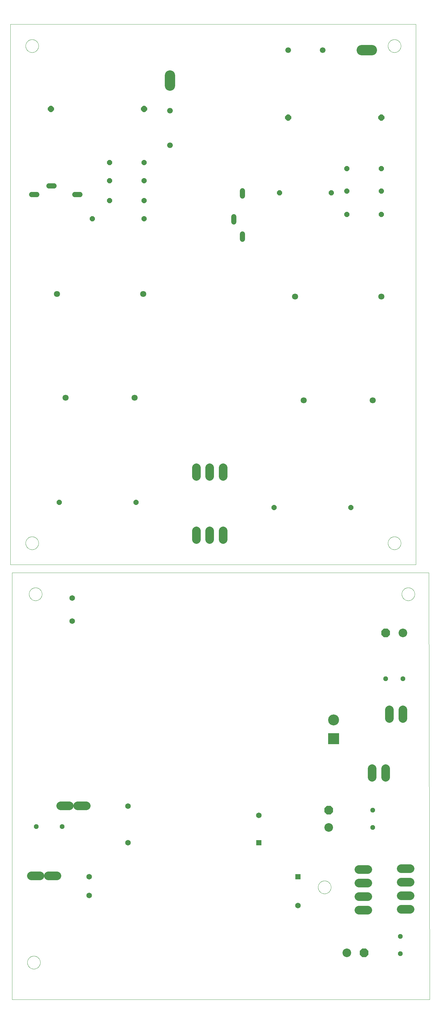
<source format=gtl>
G75*
%MOIN*%
%OFA0B0*%
%FSLAX25Y25*%
%IPPOS*%
%LPD*%
%AMOC8*
5,1,8,0,0,1.08239X$1,22.5*
%
%ADD10C,0.00000*%
%ADD11C,0.10000*%
%ADD12C,0.10039*%
%ADD13R,0.06496X0.06496*%
%ADD14C,0.06496*%
%ADD15C,0.10000*%
%ADD16OC8,0.10000*%
%ADD17OC8,0.05200*%
%ADD18R,0.12661X0.12661*%
%ADD19C,0.12661*%
%ADD20C,0.07087*%
%ADD21C,0.11850*%
%ADD22OC8,0.06000*%
%ADD23C,0.06000*%
%ADD24OC8,0.07050*%
%ADD25C,0.06600*%
D10*
X0015871Y0001000D02*
X0015871Y0494701D01*
X0498792Y0494701D01*
X0499792Y0001000D01*
X0015871Y0001000D01*
X0033396Y0044000D02*
X0033398Y0044183D01*
X0033405Y0044367D01*
X0033416Y0044550D01*
X0033432Y0044733D01*
X0033452Y0044915D01*
X0033477Y0045097D01*
X0033506Y0045278D01*
X0033540Y0045458D01*
X0033578Y0045638D01*
X0033620Y0045816D01*
X0033667Y0045994D01*
X0033718Y0046170D01*
X0033773Y0046345D01*
X0033833Y0046518D01*
X0033897Y0046690D01*
X0033965Y0046861D01*
X0034037Y0047029D01*
X0034114Y0047196D01*
X0034194Y0047361D01*
X0034279Y0047524D01*
X0034367Y0047684D01*
X0034459Y0047843D01*
X0034556Y0047999D01*
X0034656Y0048153D01*
X0034760Y0048304D01*
X0034867Y0048453D01*
X0034978Y0048599D01*
X0035093Y0048742D01*
X0035211Y0048882D01*
X0035332Y0049020D01*
X0035457Y0049154D01*
X0035585Y0049286D01*
X0035717Y0049414D01*
X0035851Y0049539D01*
X0035989Y0049660D01*
X0036129Y0049778D01*
X0036272Y0049893D01*
X0036418Y0050004D01*
X0036567Y0050111D01*
X0036718Y0050215D01*
X0036872Y0050315D01*
X0037028Y0050412D01*
X0037187Y0050504D01*
X0037347Y0050592D01*
X0037510Y0050677D01*
X0037675Y0050757D01*
X0037842Y0050834D01*
X0038010Y0050906D01*
X0038181Y0050974D01*
X0038353Y0051038D01*
X0038526Y0051098D01*
X0038701Y0051153D01*
X0038877Y0051204D01*
X0039055Y0051251D01*
X0039233Y0051293D01*
X0039413Y0051331D01*
X0039593Y0051365D01*
X0039774Y0051394D01*
X0039956Y0051419D01*
X0040138Y0051439D01*
X0040321Y0051455D01*
X0040504Y0051466D01*
X0040688Y0051473D01*
X0040871Y0051475D01*
X0041054Y0051473D01*
X0041238Y0051466D01*
X0041421Y0051455D01*
X0041604Y0051439D01*
X0041786Y0051419D01*
X0041968Y0051394D01*
X0042149Y0051365D01*
X0042329Y0051331D01*
X0042509Y0051293D01*
X0042687Y0051251D01*
X0042865Y0051204D01*
X0043041Y0051153D01*
X0043216Y0051098D01*
X0043389Y0051038D01*
X0043561Y0050974D01*
X0043732Y0050906D01*
X0043900Y0050834D01*
X0044067Y0050757D01*
X0044232Y0050677D01*
X0044395Y0050592D01*
X0044555Y0050504D01*
X0044714Y0050412D01*
X0044870Y0050315D01*
X0045024Y0050215D01*
X0045175Y0050111D01*
X0045324Y0050004D01*
X0045470Y0049893D01*
X0045613Y0049778D01*
X0045753Y0049660D01*
X0045891Y0049539D01*
X0046025Y0049414D01*
X0046157Y0049286D01*
X0046285Y0049154D01*
X0046410Y0049020D01*
X0046531Y0048882D01*
X0046649Y0048742D01*
X0046764Y0048599D01*
X0046875Y0048453D01*
X0046982Y0048304D01*
X0047086Y0048153D01*
X0047186Y0047999D01*
X0047283Y0047843D01*
X0047375Y0047684D01*
X0047463Y0047524D01*
X0047548Y0047361D01*
X0047628Y0047196D01*
X0047705Y0047029D01*
X0047777Y0046861D01*
X0047845Y0046690D01*
X0047909Y0046518D01*
X0047969Y0046345D01*
X0048024Y0046170D01*
X0048075Y0045994D01*
X0048122Y0045816D01*
X0048164Y0045638D01*
X0048202Y0045458D01*
X0048236Y0045278D01*
X0048265Y0045097D01*
X0048290Y0044915D01*
X0048310Y0044733D01*
X0048326Y0044550D01*
X0048337Y0044367D01*
X0048344Y0044183D01*
X0048346Y0044000D01*
X0048344Y0043817D01*
X0048337Y0043633D01*
X0048326Y0043450D01*
X0048310Y0043267D01*
X0048290Y0043085D01*
X0048265Y0042903D01*
X0048236Y0042722D01*
X0048202Y0042542D01*
X0048164Y0042362D01*
X0048122Y0042184D01*
X0048075Y0042006D01*
X0048024Y0041830D01*
X0047969Y0041655D01*
X0047909Y0041482D01*
X0047845Y0041310D01*
X0047777Y0041139D01*
X0047705Y0040971D01*
X0047628Y0040804D01*
X0047548Y0040639D01*
X0047463Y0040476D01*
X0047375Y0040316D01*
X0047283Y0040157D01*
X0047186Y0040001D01*
X0047086Y0039847D01*
X0046982Y0039696D01*
X0046875Y0039547D01*
X0046764Y0039401D01*
X0046649Y0039258D01*
X0046531Y0039118D01*
X0046410Y0038980D01*
X0046285Y0038846D01*
X0046157Y0038714D01*
X0046025Y0038586D01*
X0045891Y0038461D01*
X0045753Y0038340D01*
X0045613Y0038222D01*
X0045470Y0038107D01*
X0045324Y0037996D01*
X0045175Y0037889D01*
X0045024Y0037785D01*
X0044870Y0037685D01*
X0044714Y0037588D01*
X0044555Y0037496D01*
X0044395Y0037408D01*
X0044232Y0037323D01*
X0044067Y0037243D01*
X0043900Y0037166D01*
X0043732Y0037094D01*
X0043561Y0037026D01*
X0043389Y0036962D01*
X0043216Y0036902D01*
X0043041Y0036847D01*
X0042865Y0036796D01*
X0042687Y0036749D01*
X0042509Y0036707D01*
X0042329Y0036669D01*
X0042149Y0036635D01*
X0041968Y0036606D01*
X0041786Y0036581D01*
X0041604Y0036561D01*
X0041421Y0036545D01*
X0041238Y0036534D01*
X0041054Y0036527D01*
X0040871Y0036525D01*
X0040688Y0036527D01*
X0040504Y0036534D01*
X0040321Y0036545D01*
X0040138Y0036561D01*
X0039956Y0036581D01*
X0039774Y0036606D01*
X0039593Y0036635D01*
X0039413Y0036669D01*
X0039233Y0036707D01*
X0039055Y0036749D01*
X0038877Y0036796D01*
X0038701Y0036847D01*
X0038526Y0036902D01*
X0038353Y0036962D01*
X0038181Y0037026D01*
X0038010Y0037094D01*
X0037842Y0037166D01*
X0037675Y0037243D01*
X0037510Y0037323D01*
X0037347Y0037408D01*
X0037187Y0037496D01*
X0037028Y0037588D01*
X0036872Y0037685D01*
X0036718Y0037785D01*
X0036567Y0037889D01*
X0036418Y0037996D01*
X0036272Y0038107D01*
X0036129Y0038222D01*
X0035989Y0038340D01*
X0035851Y0038461D01*
X0035717Y0038586D01*
X0035585Y0038714D01*
X0035457Y0038846D01*
X0035332Y0038980D01*
X0035211Y0039118D01*
X0035093Y0039258D01*
X0034978Y0039401D01*
X0034867Y0039547D01*
X0034760Y0039696D01*
X0034656Y0039847D01*
X0034556Y0040001D01*
X0034459Y0040157D01*
X0034367Y0040316D01*
X0034279Y0040476D01*
X0034194Y0040639D01*
X0034114Y0040804D01*
X0034037Y0040971D01*
X0033965Y0041139D01*
X0033897Y0041310D01*
X0033833Y0041482D01*
X0033773Y0041655D01*
X0033718Y0041830D01*
X0033667Y0042006D01*
X0033620Y0042184D01*
X0033578Y0042362D01*
X0033540Y0042542D01*
X0033506Y0042722D01*
X0033477Y0042903D01*
X0033452Y0043085D01*
X0033432Y0043267D01*
X0033416Y0043450D01*
X0033405Y0043633D01*
X0033398Y0043817D01*
X0033396Y0044000D01*
X0035396Y0470000D02*
X0035398Y0470183D01*
X0035405Y0470367D01*
X0035416Y0470550D01*
X0035432Y0470733D01*
X0035452Y0470915D01*
X0035477Y0471097D01*
X0035506Y0471278D01*
X0035540Y0471458D01*
X0035578Y0471638D01*
X0035620Y0471816D01*
X0035667Y0471994D01*
X0035718Y0472170D01*
X0035773Y0472345D01*
X0035833Y0472518D01*
X0035897Y0472690D01*
X0035965Y0472861D01*
X0036037Y0473029D01*
X0036114Y0473196D01*
X0036194Y0473361D01*
X0036279Y0473524D01*
X0036367Y0473684D01*
X0036459Y0473843D01*
X0036556Y0473999D01*
X0036656Y0474153D01*
X0036760Y0474304D01*
X0036867Y0474453D01*
X0036978Y0474599D01*
X0037093Y0474742D01*
X0037211Y0474882D01*
X0037332Y0475020D01*
X0037457Y0475154D01*
X0037585Y0475286D01*
X0037717Y0475414D01*
X0037851Y0475539D01*
X0037989Y0475660D01*
X0038129Y0475778D01*
X0038272Y0475893D01*
X0038418Y0476004D01*
X0038567Y0476111D01*
X0038718Y0476215D01*
X0038872Y0476315D01*
X0039028Y0476412D01*
X0039187Y0476504D01*
X0039347Y0476592D01*
X0039510Y0476677D01*
X0039675Y0476757D01*
X0039842Y0476834D01*
X0040010Y0476906D01*
X0040181Y0476974D01*
X0040353Y0477038D01*
X0040526Y0477098D01*
X0040701Y0477153D01*
X0040877Y0477204D01*
X0041055Y0477251D01*
X0041233Y0477293D01*
X0041413Y0477331D01*
X0041593Y0477365D01*
X0041774Y0477394D01*
X0041956Y0477419D01*
X0042138Y0477439D01*
X0042321Y0477455D01*
X0042504Y0477466D01*
X0042688Y0477473D01*
X0042871Y0477475D01*
X0043054Y0477473D01*
X0043238Y0477466D01*
X0043421Y0477455D01*
X0043604Y0477439D01*
X0043786Y0477419D01*
X0043968Y0477394D01*
X0044149Y0477365D01*
X0044329Y0477331D01*
X0044509Y0477293D01*
X0044687Y0477251D01*
X0044865Y0477204D01*
X0045041Y0477153D01*
X0045216Y0477098D01*
X0045389Y0477038D01*
X0045561Y0476974D01*
X0045732Y0476906D01*
X0045900Y0476834D01*
X0046067Y0476757D01*
X0046232Y0476677D01*
X0046395Y0476592D01*
X0046555Y0476504D01*
X0046714Y0476412D01*
X0046870Y0476315D01*
X0047024Y0476215D01*
X0047175Y0476111D01*
X0047324Y0476004D01*
X0047470Y0475893D01*
X0047613Y0475778D01*
X0047753Y0475660D01*
X0047891Y0475539D01*
X0048025Y0475414D01*
X0048157Y0475286D01*
X0048285Y0475154D01*
X0048410Y0475020D01*
X0048531Y0474882D01*
X0048649Y0474742D01*
X0048764Y0474599D01*
X0048875Y0474453D01*
X0048982Y0474304D01*
X0049086Y0474153D01*
X0049186Y0473999D01*
X0049283Y0473843D01*
X0049375Y0473684D01*
X0049463Y0473524D01*
X0049548Y0473361D01*
X0049628Y0473196D01*
X0049705Y0473029D01*
X0049777Y0472861D01*
X0049845Y0472690D01*
X0049909Y0472518D01*
X0049969Y0472345D01*
X0050024Y0472170D01*
X0050075Y0471994D01*
X0050122Y0471816D01*
X0050164Y0471638D01*
X0050202Y0471458D01*
X0050236Y0471278D01*
X0050265Y0471097D01*
X0050290Y0470915D01*
X0050310Y0470733D01*
X0050326Y0470550D01*
X0050337Y0470367D01*
X0050344Y0470183D01*
X0050346Y0470000D01*
X0050344Y0469817D01*
X0050337Y0469633D01*
X0050326Y0469450D01*
X0050310Y0469267D01*
X0050290Y0469085D01*
X0050265Y0468903D01*
X0050236Y0468722D01*
X0050202Y0468542D01*
X0050164Y0468362D01*
X0050122Y0468184D01*
X0050075Y0468006D01*
X0050024Y0467830D01*
X0049969Y0467655D01*
X0049909Y0467482D01*
X0049845Y0467310D01*
X0049777Y0467139D01*
X0049705Y0466971D01*
X0049628Y0466804D01*
X0049548Y0466639D01*
X0049463Y0466476D01*
X0049375Y0466316D01*
X0049283Y0466157D01*
X0049186Y0466001D01*
X0049086Y0465847D01*
X0048982Y0465696D01*
X0048875Y0465547D01*
X0048764Y0465401D01*
X0048649Y0465258D01*
X0048531Y0465118D01*
X0048410Y0464980D01*
X0048285Y0464846D01*
X0048157Y0464714D01*
X0048025Y0464586D01*
X0047891Y0464461D01*
X0047753Y0464340D01*
X0047613Y0464222D01*
X0047470Y0464107D01*
X0047324Y0463996D01*
X0047175Y0463889D01*
X0047024Y0463785D01*
X0046870Y0463685D01*
X0046714Y0463588D01*
X0046555Y0463496D01*
X0046395Y0463408D01*
X0046232Y0463323D01*
X0046067Y0463243D01*
X0045900Y0463166D01*
X0045732Y0463094D01*
X0045561Y0463026D01*
X0045389Y0462962D01*
X0045216Y0462902D01*
X0045041Y0462847D01*
X0044865Y0462796D01*
X0044687Y0462749D01*
X0044509Y0462707D01*
X0044329Y0462669D01*
X0044149Y0462635D01*
X0043968Y0462606D01*
X0043786Y0462581D01*
X0043604Y0462561D01*
X0043421Y0462545D01*
X0043238Y0462534D01*
X0043054Y0462527D01*
X0042871Y0462525D01*
X0042688Y0462527D01*
X0042504Y0462534D01*
X0042321Y0462545D01*
X0042138Y0462561D01*
X0041956Y0462581D01*
X0041774Y0462606D01*
X0041593Y0462635D01*
X0041413Y0462669D01*
X0041233Y0462707D01*
X0041055Y0462749D01*
X0040877Y0462796D01*
X0040701Y0462847D01*
X0040526Y0462902D01*
X0040353Y0462962D01*
X0040181Y0463026D01*
X0040010Y0463094D01*
X0039842Y0463166D01*
X0039675Y0463243D01*
X0039510Y0463323D01*
X0039347Y0463408D01*
X0039187Y0463496D01*
X0039028Y0463588D01*
X0038872Y0463685D01*
X0038718Y0463785D01*
X0038567Y0463889D01*
X0038418Y0463996D01*
X0038272Y0464107D01*
X0038129Y0464222D01*
X0037989Y0464340D01*
X0037851Y0464461D01*
X0037717Y0464586D01*
X0037585Y0464714D01*
X0037457Y0464846D01*
X0037332Y0464980D01*
X0037211Y0465118D01*
X0037093Y0465258D01*
X0036978Y0465401D01*
X0036867Y0465547D01*
X0036760Y0465696D01*
X0036656Y0465847D01*
X0036556Y0466001D01*
X0036459Y0466157D01*
X0036367Y0466316D01*
X0036279Y0466476D01*
X0036194Y0466639D01*
X0036114Y0466804D01*
X0036037Y0466971D01*
X0035965Y0467139D01*
X0035897Y0467310D01*
X0035833Y0467482D01*
X0035773Y0467655D01*
X0035718Y0467830D01*
X0035667Y0468006D01*
X0035620Y0468184D01*
X0035578Y0468362D01*
X0035540Y0468542D01*
X0035506Y0468722D01*
X0035477Y0468903D01*
X0035452Y0469085D01*
X0035432Y0469267D01*
X0035416Y0469450D01*
X0035405Y0469633D01*
X0035398Y0469817D01*
X0035396Y0470000D01*
X0013871Y0504000D02*
X0483871Y0504000D01*
X0483871Y1129000D01*
X0013871Y1129000D01*
X0013871Y0504000D01*
X0031396Y0529000D02*
X0031398Y0529183D01*
X0031405Y0529367D01*
X0031416Y0529550D01*
X0031432Y0529733D01*
X0031452Y0529915D01*
X0031477Y0530097D01*
X0031506Y0530278D01*
X0031540Y0530458D01*
X0031578Y0530638D01*
X0031620Y0530816D01*
X0031667Y0530994D01*
X0031718Y0531170D01*
X0031773Y0531345D01*
X0031833Y0531518D01*
X0031897Y0531690D01*
X0031965Y0531861D01*
X0032037Y0532029D01*
X0032114Y0532196D01*
X0032194Y0532361D01*
X0032279Y0532524D01*
X0032367Y0532684D01*
X0032459Y0532843D01*
X0032556Y0532999D01*
X0032656Y0533153D01*
X0032760Y0533304D01*
X0032867Y0533453D01*
X0032978Y0533599D01*
X0033093Y0533742D01*
X0033211Y0533882D01*
X0033332Y0534020D01*
X0033457Y0534154D01*
X0033585Y0534286D01*
X0033717Y0534414D01*
X0033851Y0534539D01*
X0033989Y0534660D01*
X0034129Y0534778D01*
X0034272Y0534893D01*
X0034418Y0535004D01*
X0034567Y0535111D01*
X0034718Y0535215D01*
X0034872Y0535315D01*
X0035028Y0535412D01*
X0035187Y0535504D01*
X0035347Y0535592D01*
X0035510Y0535677D01*
X0035675Y0535757D01*
X0035842Y0535834D01*
X0036010Y0535906D01*
X0036181Y0535974D01*
X0036353Y0536038D01*
X0036526Y0536098D01*
X0036701Y0536153D01*
X0036877Y0536204D01*
X0037055Y0536251D01*
X0037233Y0536293D01*
X0037413Y0536331D01*
X0037593Y0536365D01*
X0037774Y0536394D01*
X0037956Y0536419D01*
X0038138Y0536439D01*
X0038321Y0536455D01*
X0038504Y0536466D01*
X0038688Y0536473D01*
X0038871Y0536475D01*
X0039054Y0536473D01*
X0039238Y0536466D01*
X0039421Y0536455D01*
X0039604Y0536439D01*
X0039786Y0536419D01*
X0039968Y0536394D01*
X0040149Y0536365D01*
X0040329Y0536331D01*
X0040509Y0536293D01*
X0040687Y0536251D01*
X0040865Y0536204D01*
X0041041Y0536153D01*
X0041216Y0536098D01*
X0041389Y0536038D01*
X0041561Y0535974D01*
X0041732Y0535906D01*
X0041900Y0535834D01*
X0042067Y0535757D01*
X0042232Y0535677D01*
X0042395Y0535592D01*
X0042555Y0535504D01*
X0042714Y0535412D01*
X0042870Y0535315D01*
X0043024Y0535215D01*
X0043175Y0535111D01*
X0043324Y0535004D01*
X0043470Y0534893D01*
X0043613Y0534778D01*
X0043753Y0534660D01*
X0043891Y0534539D01*
X0044025Y0534414D01*
X0044157Y0534286D01*
X0044285Y0534154D01*
X0044410Y0534020D01*
X0044531Y0533882D01*
X0044649Y0533742D01*
X0044764Y0533599D01*
X0044875Y0533453D01*
X0044982Y0533304D01*
X0045086Y0533153D01*
X0045186Y0532999D01*
X0045283Y0532843D01*
X0045375Y0532684D01*
X0045463Y0532524D01*
X0045548Y0532361D01*
X0045628Y0532196D01*
X0045705Y0532029D01*
X0045777Y0531861D01*
X0045845Y0531690D01*
X0045909Y0531518D01*
X0045969Y0531345D01*
X0046024Y0531170D01*
X0046075Y0530994D01*
X0046122Y0530816D01*
X0046164Y0530638D01*
X0046202Y0530458D01*
X0046236Y0530278D01*
X0046265Y0530097D01*
X0046290Y0529915D01*
X0046310Y0529733D01*
X0046326Y0529550D01*
X0046337Y0529367D01*
X0046344Y0529183D01*
X0046346Y0529000D01*
X0046344Y0528817D01*
X0046337Y0528633D01*
X0046326Y0528450D01*
X0046310Y0528267D01*
X0046290Y0528085D01*
X0046265Y0527903D01*
X0046236Y0527722D01*
X0046202Y0527542D01*
X0046164Y0527362D01*
X0046122Y0527184D01*
X0046075Y0527006D01*
X0046024Y0526830D01*
X0045969Y0526655D01*
X0045909Y0526482D01*
X0045845Y0526310D01*
X0045777Y0526139D01*
X0045705Y0525971D01*
X0045628Y0525804D01*
X0045548Y0525639D01*
X0045463Y0525476D01*
X0045375Y0525316D01*
X0045283Y0525157D01*
X0045186Y0525001D01*
X0045086Y0524847D01*
X0044982Y0524696D01*
X0044875Y0524547D01*
X0044764Y0524401D01*
X0044649Y0524258D01*
X0044531Y0524118D01*
X0044410Y0523980D01*
X0044285Y0523846D01*
X0044157Y0523714D01*
X0044025Y0523586D01*
X0043891Y0523461D01*
X0043753Y0523340D01*
X0043613Y0523222D01*
X0043470Y0523107D01*
X0043324Y0522996D01*
X0043175Y0522889D01*
X0043024Y0522785D01*
X0042870Y0522685D01*
X0042714Y0522588D01*
X0042555Y0522496D01*
X0042395Y0522408D01*
X0042232Y0522323D01*
X0042067Y0522243D01*
X0041900Y0522166D01*
X0041732Y0522094D01*
X0041561Y0522026D01*
X0041389Y0521962D01*
X0041216Y0521902D01*
X0041041Y0521847D01*
X0040865Y0521796D01*
X0040687Y0521749D01*
X0040509Y0521707D01*
X0040329Y0521669D01*
X0040149Y0521635D01*
X0039968Y0521606D01*
X0039786Y0521581D01*
X0039604Y0521561D01*
X0039421Y0521545D01*
X0039238Y0521534D01*
X0039054Y0521527D01*
X0038871Y0521525D01*
X0038688Y0521527D01*
X0038504Y0521534D01*
X0038321Y0521545D01*
X0038138Y0521561D01*
X0037956Y0521581D01*
X0037774Y0521606D01*
X0037593Y0521635D01*
X0037413Y0521669D01*
X0037233Y0521707D01*
X0037055Y0521749D01*
X0036877Y0521796D01*
X0036701Y0521847D01*
X0036526Y0521902D01*
X0036353Y0521962D01*
X0036181Y0522026D01*
X0036010Y0522094D01*
X0035842Y0522166D01*
X0035675Y0522243D01*
X0035510Y0522323D01*
X0035347Y0522408D01*
X0035187Y0522496D01*
X0035028Y0522588D01*
X0034872Y0522685D01*
X0034718Y0522785D01*
X0034567Y0522889D01*
X0034418Y0522996D01*
X0034272Y0523107D01*
X0034129Y0523222D01*
X0033989Y0523340D01*
X0033851Y0523461D01*
X0033717Y0523586D01*
X0033585Y0523714D01*
X0033457Y0523846D01*
X0033332Y0523980D01*
X0033211Y0524118D01*
X0033093Y0524258D01*
X0032978Y0524401D01*
X0032867Y0524547D01*
X0032760Y0524696D01*
X0032656Y0524847D01*
X0032556Y0525001D01*
X0032459Y0525157D01*
X0032367Y0525316D01*
X0032279Y0525476D01*
X0032194Y0525639D01*
X0032114Y0525804D01*
X0032037Y0525971D01*
X0031965Y0526139D01*
X0031897Y0526310D01*
X0031833Y0526482D01*
X0031773Y0526655D01*
X0031718Y0526830D01*
X0031667Y0527006D01*
X0031620Y0527184D01*
X0031578Y0527362D01*
X0031540Y0527542D01*
X0031506Y0527722D01*
X0031477Y0527903D01*
X0031452Y0528085D01*
X0031432Y0528267D01*
X0031416Y0528450D01*
X0031405Y0528633D01*
X0031398Y0528817D01*
X0031396Y0529000D01*
X0031396Y1104000D02*
X0031398Y1104183D01*
X0031405Y1104367D01*
X0031416Y1104550D01*
X0031432Y1104733D01*
X0031452Y1104915D01*
X0031477Y1105097D01*
X0031506Y1105278D01*
X0031540Y1105458D01*
X0031578Y1105638D01*
X0031620Y1105816D01*
X0031667Y1105994D01*
X0031718Y1106170D01*
X0031773Y1106345D01*
X0031833Y1106518D01*
X0031897Y1106690D01*
X0031965Y1106861D01*
X0032037Y1107029D01*
X0032114Y1107196D01*
X0032194Y1107361D01*
X0032279Y1107524D01*
X0032367Y1107684D01*
X0032459Y1107843D01*
X0032556Y1107999D01*
X0032656Y1108153D01*
X0032760Y1108304D01*
X0032867Y1108453D01*
X0032978Y1108599D01*
X0033093Y1108742D01*
X0033211Y1108882D01*
X0033332Y1109020D01*
X0033457Y1109154D01*
X0033585Y1109286D01*
X0033717Y1109414D01*
X0033851Y1109539D01*
X0033989Y1109660D01*
X0034129Y1109778D01*
X0034272Y1109893D01*
X0034418Y1110004D01*
X0034567Y1110111D01*
X0034718Y1110215D01*
X0034872Y1110315D01*
X0035028Y1110412D01*
X0035187Y1110504D01*
X0035347Y1110592D01*
X0035510Y1110677D01*
X0035675Y1110757D01*
X0035842Y1110834D01*
X0036010Y1110906D01*
X0036181Y1110974D01*
X0036353Y1111038D01*
X0036526Y1111098D01*
X0036701Y1111153D01*
X0036877Y1111204D01*
X0037055Y1111251D01*
X0037233Y1111293D01*
X0037413Y1111331D01*
X0037593Y1111365D01*
X0037774Y1111394D01*
X0037956Y1111419D01*
X0038138Y1111439D01*
X0038321Y1111455D01*
X0038504Y1111466D01*
X0038688Y1111473D01*
X0038871Y1111475D01*
X0039054Y1111473D01*
X0039238Y1111466D01*
X0039421Y1111455D01*
X0039604Y1111439D01*
X0039786Y1111419D01*
X0039968Y1111394D01*
X0040149Y1111365D01*
X0040329Y1111331D01*
X0040509Y1111293D01*
X0040687Y1111251D01*
X0040865Y1111204D01*
X0041041Y1111153D01*
X0041216Y1111098D01*
X0041389Y1111038D01*
X0041561Y1110974D01*
X0041732Y1110906D01*
X0041900Y1110834D01*
X0042067Y1110757D01*
X0042232Y1110677D01*
X0042395Y1110592D01*
X0042555Y1110504D01*
X0042714Y1110412D01*
X0042870Y1110315D01*
X0043024Y1110215D01*
X0043175Y1110111D01*
X0043324Y1110004D01*
X0043470Y1109893D01*
X0043613Y1109778D01*
X0043753Y1109660D01*
X0043891Y1109539D01*
X0044025Y1109414D01*
X0044157Y1109286D01*
X0044285Y1109154D01*
X0044410Y1109020D01*
X0044531Y1108882D01*
X0044649Y1108742D01*
X0044764Y1108599D01*
X0044875Y1108453D01*
X0044982Y1108304D01*
X0045086Y1108153D01*
X0045186Y1107999D01*
X0045283Y1107843D01*
X0045375Y1107684D01*
X0045463Y1107524D01*
X0045548Y1107361D01*
X0045628Y1107196D01*
X0045705Y1107029D01*
X0045777Y1106861D01*
X0045845Y1106690D01*
X0045909Y1106518D01*
X0045969Y1106345D01*
X0046024Y1106170D01*
X0046075Y1105994D01*
X0046122Y1105816D01*
X0046164Y1105638D01*
X0046202Y1105458D01*
X0046236Y1105278D01*
X0046265Y1105097D01*
X0046290Y1104915D01*
X0046310Y1104733D01*
X0046326Y1104550D01*
X0046337Y1104367D01*
X0046344Y1104183D01*
X0046346Y1104000D01*
X0046344Y1103817D01*
X0046337Y1103633D01*
X0046326Y1103450D01*
X0046310Y1103267D01*
X0046290Y1103085D01*
X0046265Y1102903D01*
X0046236Y1102722D01*
X0046202Y1102542D01*
X0046164Y1102362D01*
X0046122Y1102184D01*
X0046075Y1102006D01*
X0046024Y1101830D01*
X0045969Y1101655D01*
X0045909Y1101482D01*
X0045845Y1101310D01*
X0045777Y1101139D01*
X0045705Y1100971D01*
X0045628Y1100804D01*
X0045548Y1100639D01*
X0045463Y1100476D01*
X0045375Y1100316D01*
X0045283Y1100157D01*
X0045186Y1100001D01*
X0045086Y1099847D01*
X0044982Y1099696D01*
X0044875Y1099547D01*
X0044764Y1099401D01*
X0044649Y1099258D01*
X0044531Y1099118D01*
X0044410Y1098980D01*
X0044285Y1098846D01*
X0044157Y1098714D01*
X0044025Y1098586D01*
X0043891Y1098461D01*
X0043753Y1098340D01*
X0043613Y1098222D01*
X0043470Y1098107D01*
X0043324Y1097996D01*
X0043175Y1097889D01*
X0043024Y1097785D01*
X0042870Y1097685D01*
X0042714Y1097588D01*
X0042555Y1097496D01*
X0042395Y1097408D01*
X0042232Y1097323D01*
X0042067Y1097243D01*
X0041900Y1097166D01*
X0041732Y1097094D01*
X0041561Y1097026D01*
X0041389Y1096962D01*
X0041216Y1096902D01*
X0041041Y1096847D01*
X0040865Y1096796D01*
X0040687Y1096749D01*
X0040509Y1096707D01*
X0040329Y1096669D01*
X0040149Y1096635D01*
X0039968Y1096606D01*
X0039786Y1096581D01*
X0039604Y1096561D01*
X0039421Y1096545D01*
X0039238Y1096534D01*
X0039054Y1096527D01*
X0038871Y1096525D01*
X0038688Y1096527D01*
X0038504Y1096534D01*
X0038321Y1096545D01*
X0038138Y1096561D01*
X0037956Y1096581D01*
X0037774Y1096606D01*
X0037593Y1096635D01*
X0037413Y1096669D01*
X0037233Y1096707D01*
X0037055Y1096749D01*
X0036877Y1096796D01*
X0036701Y1096847D01*
X0036526Y1096902D01*
X0036353Y1096962D01*
X0036181Y1097026D01*
X0036010Y1097094D01*
X0035842Y1097166D01*
X0035675Y1097243D01*
X0035510Y1097323D01*
X0035347Y1097408D01*
X0035187Y1097496D01*
X0035028Y1097588D01*
X0034872Y1097685D01*
X0034718Y1097785D01*
X0034567Y1097889D01*
X0034418Y1097996D01*
X0034272Y1098107D01*
X0034129Y1098222D01*
X0033989Y1098340D01*
X0033851Y1098461D01*
X0033717Y1098586D01*
X0033585Y1098714D01*
X0033457Y1098846D01*
X0033332Y1098980D01*
X0033211Y1099118D01*
X0033093Y1099258D01*
X0032978Y1099401D01*
X0032867Y1099547D01*
X0032760Y1099696D01*
X0032656Y1099847D01*
X0032556Y1100001D01*
X0032459Y1100157D01*
X0032367Y1100316D01*
X0032279Y1100476D01*
X0032194Y1100639D01*
X0032114Y1100804D01*
X0032037Y1100971D01*
X0031965Y1101139D01*
X0031897Y1101310D01*
X0031833Y1101482D01*
X0031773Y1101655D01*
X0031718Y1101830D01*
X0031667Y1102006D01*
X0031620Y1102184D01*
X0031578Y1102362D01*
X0031540Y1102542D01*
X0031506Y1102722D01*
X0031477Y1102903D01*
X0031452Y1103085D01*
X0031432Y1103267D01*
X0031416Y1103450D01*
X0031405Y1103633D01*
X0031398Y1103817D01*
X0031396Y1104000D01*
X0451396Y1104000D02*
X0451398Y1104183D01*
X0451405Y1104367D01*
X0451416Y1104550D01*
X0451432Y1104733D01*
X0451452Y1104915D01*
X0451477Y1105097D01*
X0451506Y1105278D01*
X0451540Y1105458D01*
X0451578Y1105638D01*
X0451620Y1105816D01*
X0451667Y1105994D01*
X0451718Y1106170D01*
X0451773Y1106345D01*
X0451833Y1106518D01*
X0451897Y1106690D01*
X0451965Y1106861D01*
X0452037Y1107029D01*
X0452114Y1107196D01*
X0452194Y1107361D01*
X0452279Y1107524D01*
X0452367Y1107684D01*
X0452459Y1107843D01*
X0452556Y1107999D01*
X0452656Y1108153D01*
X0452760Y1108304D01*
X0452867Y1108453D01*
X0452978Y1108599D01*
X0453093Y1108742D01*
X0453211Y1108882D01*
X0453332Y1109020D01*
X0453457Y1109154D01*
X0453585Y1109286D01*
X0453717Y1109414D01*
X0453851Y1109539D01*
X0453989Y1109660D01*
X0454129Y1109778D01*
X0454272Y1109893D01*
X0454418Y1110004D01*
X0454567Y1110111D01*
X0454718Y1110215D01*
X0454872Y1110315D01*
X0455028Y1110412D01*
X0455187Y1110504D01*
X0455347Y1110592D01*
X0455510Y1110677D01*
X0455675Y1110757D01*
X0455842Y1110834D01*
X0456010Y1110906D01*
X0456181Y1110974D01*
X0456353Y1111038D01*
X0456526Y1111098D01*
X0456701Y1111153D01*
X0456877Y1111204D01*
X0457055Y1111251D01*
X0457233Y1111293D01*
X0457413Y1111331D01*
X0457593Y1111365D01*
X0457774Y1111394D01*
X0457956Y1111419D01*
X0458138Y1111439D01*
X0458321Y1111455D01*
X0458504Y1111466D01*
X0458688Y1111473D01*
X0458871Y1111475D01*
X0459054Y1111473D01*
X0459238Y1111466D01*
X0459421Y1111455D01*
X0459604Y1111439D01*
X0459786Y1111419D01*
X0459968Y1111394D01*
X0460149Y1111365D01*
X0460329Y1111331D01*
X0460509Y1111293D01*
X0460687Y1111251D01*
X0460865Y1111204D01*
X0461041Y1111153D01*
X0461216Y1111098D01*
X0461389Y1111038D01*
X0461561Y1110974D01*
X0461732Y1110906D01*
X0461900Y1110834D01*
X0462067Y1110757D01*
X0462232Y1110677D01*
X0462395Y1110592D01*
X0462555Y1110504D01*
X0462714Y1110412D01*
X0462870Y1110315D01*
X0463024Y1110215D01*
X0463175Y1110111D01*
X0463324Y1110004D01*
X0463470Y1109893D01*
X0463613Y1109778D01*
X0463753Y1109660D01*
X0463891Y1109539D01*
X0464025Y1109414D01*
X0464157Y1109286D01*
X0464285Y1109154D01*
X0464410Y1109020D01*
X0464531Y1108882D01*
X0464649Y1108742D01*
X0464764Y1108599D01*
X0464875Y1108453D01*
X0464982Y1108304D01*
X0465086Y1108153D01*
X0465186Y1107999D01*
X0465283Y1107843D01*
X0465375Y1107684D01*
X0465463Y1107524D01*
X0465548Y1107361D01*
X0465628Y1107196D01*
X0465705Y1107029D01*
X0465777Y1106861D01*
X0465845Y1106690D01*
X0465909Y1106518D01*
X0465969Y1106345D01*
X0466024Y1106170D01*
X0466075Y1105994D01*
X0466122Y1105816D01*
X0466164Y1105638D01*
X0466202Y1105458D01*
X0466236Y1105278D01*
X0466265Y1105097D01*
X0466290Y1104915D01*
X0466310Y1104733D01*
X0466326Y1104550D01*
X0466337Y1104367D01*
X0466344Y1104183D01*
X0466346Y1104000D01*
X0466344Y1103817D01*
X0466337Y1103633D01*
X0466326Y1103450D01*
X0466310Y1103267D01*
X0466290Y1103085D01*
X0466265Y1102903D01*
X0466236Y1102722D01*
X0466202Y1102542D01*
X0466164Y1102362D01*
X0466122Y1102184D01*
X0466075Y1102006D01*
X0466024Y1101830D01*
X0465969Y1101655D01*
X0465909Y1101482D01*
X0465845Y1101310D01*
X0465777Y1101139D01*
X0465705Y1100971D01*
X0465628Y1100804D01*
X0465548Y1100639D01*
X0465463Y1100476D01*
X0465375Y1100316D01*
X0465283Y1100157D01*
X0465186Y1100001D01*
X0465086Y1099847D01*
X0464982Y1099696D01*
X0464875Y1099547D01*
X0464764Y1099401D01*
X0464649Y1099258D01*
X0464531Y1099118D01*
X0464410Y1098980D01*
X0464285Y1098846D01*
X0464157Y1098714D01*
X0464025Y1098586D01*
X0463891Y1098461D01*
X0463753Y1098340D01*
X0463613Y1098222D01*
X0463470Y1098107D01*
X0463324Y1097996D01*
X0463175Y1097889D01*
X0463024Y1097785D01*
X0462870Y1097685D01*
X0462714Y1097588D01*
X0462555Y1097496D01*
X0462395Y1097408D01*
X0462232Y1097323D01*
X0462067Y1097243D01*
X0461900Y1097166D01*
X0461732Y1097094D01*
X0461561Y1097026D01*
X0461389Y1096962D01*
X0461216Y1096902D01*
X0461041Y1096847D01*
X0460865Y1096796D01*
X0460687Y1096749D01*
X0460509Y1096707D01*
X0460329Y1096669D01*
X0460149Y1096635D01*
X0459968Y1096606D01*
X0459786Y1096581D01*
X0459604Y1096561D01*
X0459421Y1096545D01*
X0459238Y1096534D01*
X0459054Y1096527D01*
X0458871Y1096525D01*
X0458688Y1096527D01*
X0458504Y1096534D01*
X0458321Y1096545D01*
X0458138Y1096561D01*
X0457956Y1096581D01*
X0457774Y1096606D01*
X0457593Y1096635D01*
X0457413Y1096669D01*
X0457233Y1096707D01*
X0457055Y1096749D01*
X0456877Y1096796D01*
X0456701Y1096847D01*
X0456526Y1096902D01*
X0456353Y1096962D01*
X0456181Y1097026D01*
X0456010Y1097094D01*
X0455842Y1097166D01*
X0455675Y1097243D01*
X0455510Y1097323D01*
X0455347Y1097408D01*
X0455187Y1097496D01*
X0455028Y1097588D01*
X0454872Y1097685D01*
X0454718Y1097785D01*
X0454567Y1097889D01*
X0454418Y1097996D01*
X0454272Y1098107D01*
X0454129Y1098222D01*
X0453989Y1098340D01*
X0453851Y1098461D01*
X0453717Y1098586D01*
X0453585Y1098714D01*
X0453457Y1098846D01*
X0453332Y1098980D01*
X0453211Y1099118D01*
X0453093Y1099258D01*
X0452978Y1099401D01*
X0452867Y1099547D01*
X0452760Y1099696D01*
X0452656Y1099847D01*
X0452556Y1100001D01*
X0452459Y1100157D01*
X0452367Y1100316D01*
X0452279Y1100476D01*
X0452194Y1100639D01*
X0452114Y1100804D01*
X0452037Y1100971D01*
X0451965Y1101139D01*
X0451897Y1101310D01*
X0451833Y1101482D01*
X0451773Y1101655D01*
X0451718Y1101830D01*
X0451667Y1102006D01*
X0451620Y1102184D01*
X0451578Y1102362D01*
X0451540Y1102542D01*
X0451506Y1102722D01*
X0451477Y1102903D01*
X0451452Y1103085D01*
X0451432Y1103267D01*
X0451416Y1103450D01*
X0451405Y1103633D01*
X0451398Y1103817D01*
X0451396Y1104000D01*
X0451396Y0529000D02*
X0451398Y0529183D01*
X0451405Y0529367D01*
X0451416Y0529550D01*
X0451432Y0529733D01*
X0451452Y0529915D01*
X0451477Y0530097D01*
X0451506Y0530278D01*
X0451540Y0530458D01*
X0451578Y0530638D01*
X0451620Y0530816D01*
X0451667Y0530994D01*
X0451718Y0531170D01*
X0451773Y0531345D01*
X0451833Y0531518D01*
X0451897Y0531690D01*
X0451965Y0531861D01*
X0452037Y0532029D01*
X0452114Y0532196D01*
X0452194Y0532361D01*
X0452279Y0532524D01*
X0452367Y0532684D01*
X0452459Y0532843D01*
X0452556Y0532999D01*
X0452656Y0533153D01*
X0452760Y0533304D01*
X0452867Y0533453D01*
X0452978Y0533599D01*
X0453093Y0533742D01*
X0453211Y0533882D01*
X0453332Y0534020D01*
X0453457Y0534154D01*
X0453585Y0534286D01*
X0453717Y0534414D01*
X0453851Y0534539D01*
X0453989Y0534660D01*
X0454129Y0534778D01*
X0454272Y0534893D01*
X0454418Y0535004D01*
X0454567Y0535111D01*
X0454718Y0535215D01*
X0454872Y0535315D01*
X0455028Y0535412D01*
X0455187Y0535504D01*
X0455347Y0535592D01*
X0455510Y0535677D01*
X0455675Y0535757D01*
X0455842Y0535834D01*
X0456010Y0535906D01*
X0456181Y0535974D01*
X0456353Y0536038D01*
X0456526Y0536098D01*
X0456701Y0536153D01*
X0456877Y0536204D01*
X0457055Y0536251D01*
X0457233Y0536293D01*
X0457413Y0536331D01*
X0457593Y0536365D01*
X0457774Y0536394D01*
X0457956Y0536419D01*
X0458138Y0536439D01*
X0458321Y0536455D01*
X0458504Y0536466D01*
X0458688Y0536473D01*
X0458871Y0536475D01*
X0459054Y0536473D01*
X0459238Y0536466D01*
X0459421Y0536455D01*
X0459604Y0536439D01*
X0459786Y0536419D01*
X0459968Y0536394D01*
X0460149Y0536365D01*
X0460329Y0536331D01*
X0460509Y0536293D01*
X0460687Y0536251D01*
X0460865Y0536204D01*
X0461041Y0536153D01*
X0461216Y0536098D01*
X0461389Y0536038D01*
X0461561Y0535974D01*
X0461732Y0535906D01*
X0461900Y0535834D01*
X0462067Y0535757D01*
X0462232Y0535677D01*
X0462395Y0535592D01*
X0462555Y0535504D01*
X0462714Y0535412D01*
X0462870Y0535315D01*
X0463024Y0535215D01*
X0463175Y0535111D01*
X0463324Y0535004D01*
X0463470Y0534893D01*
X0463613Y0534778D01*
X0463753Y0534660D01*
X0463891Y0534539D01*
X0464025Y0534414D01*
X0464157Y0534286D01*
X0464285Y0534154D01*
X0464410Y0534020D01*
X0464531Y0533882D01*
X0464649Y0533742D01*
X0464764Y0533599D01*
X0464875Y0533453D01*
X0464982Y0533304D01*
X0465086Y0533153D01*
X0465186Y0532999D01*
X0465283Y0532843D01*
X0465375Y0532684D01*
X0465463Y0532524D01*
X0465548Y0532361D01*
X0465628Y0532196D01*
X0465705Y0532029D01*
X0465777Y0531861D01*
X0465845Y0531690D01*
X0465909Y0531518D01*
X0465969Y0531345D01*
X0466024Y0531170D01*
X0466075Y0530994D01*
X0466122Y0530816D01*
X0466164Y0530638D01*
X0466202Y0530458D01*
X0466236Y0530278D01*
X0466265Y0530097D01*
X0466290Y0529915D01*
X0466310Y0529733D01*
X0466326Y0529550D01*
X0466337Y0529367D01*
X0466344Y0529183D01*
X0466346Y0529000D01*
X0466344Y0528817D01*
X0466337Y0528633D01*
X0466326Y0528450D01*
X0466310Y0528267D01*
X0466290Y0528085D01*
X0466265Y0527903D01*
X0466236Y0527722D01*
X0466202Y0527542D01*
X0466164Y0527362D01*
X0466122Y0527184D01*
X0466075Y0527006D01*
X0466024Y0526830D01*
X0465969Y0526655D01*
X0465909Y0526482D01*
X0465845Y0526310D01*
X0465777Y0526139D01*
X0465705Y0525971D01*
X0465628Y0525804D01*
X0465548Y0525639D01*
X0465463Y0525476D01*
X0465375Y0525316D01*
X0465283Y0525157D01*
X0465186Y0525001D01*
X0465086Y0524847D01*
X0464982Y0524696D01*
X0464875Y0524547D01*
X0464764Y0524401D01*
X0464649Y0524258D01*
X0464531Y0524118D01*
X0464410Y0523980D01*
X0464285Y0523846D01*
X0464157Y0523714D01*
X0464025Y0523586D01*
X0463891Y0523461D01*
X0463753Y0523340D01*
X0463613Y0523222D01*
X0463470Y0523107D01*
X0463324Y0522996D01*
X0463175Y0522889D01*
X0463024Y0522785D01*
X0462870Y0522685D01*
X0462714Y0522588D01*
X0462555Y0522496D01*
X0462395Y0522408D01*
X0462232Y0522323D01*
X0462067Y0522243D01*
X0461900Y0522166D01*
X0461732Y0522094D01*
X0461561Y0522026D01*
X0461389Y0521962D01*
X0461216Y0521902D01*
X0461041Y0521847D01*
X0460865Y0521796D01*
X0460687Y0521749D01*
X0460509Y0521707D01*
X0460329Y0521669D01*
X0460149Y0521635D01*
X0459968Y0521606D01*
X0459786Y0521581D01*
X0459604Y0521561D01*
X0459421Y0521545D01*
X0459238Y0521534D01*
X0459054Y0521527D01*
X0458871Y0521525D01*
X0458688Y0521527D01*
X0458504Y0521534D01*
X0458321Y0521545D01*
X0458138Y0521561D01*
X0457956Y0521581D01*
X0457774Y0521606D01*
X0457593Y0521635D01*
X0457413Y0521669D01*
X0457233Y0521707D01*
X0457055Y0521749D01*
X0456877Y0521796D01*
X0456701Y0521847D01*
X0456526Y0521902D01*
X0456353Y0521962D01*
X0456181Y0522026D01*
X0456010Y0522094D01*
X0455842Y0522166D01*
X0455675Y0522243D01*
X0455510Y0522323D01*
X0455347Y0522408D01*
X0455187Y0522496D01*
X0455028Y0522588D01*
X0454872Y0522685D01*
X0454718Y0522785D01*
X0454567Y0522889D01*
X0454418Y0522996D01*
X0454272Y0523107D01*
X0454129Y0523222D01*
X0453989Y0523340D01*
X0453851Y0523461D01*
X0453717Y0523586D01*
X0453585Y0523714D01*
X0453457Y0523846D01*
X0453332Y0523980D01*
X0453211Y0524118D01*
X0453093Y0524258D01*
X0452978Y0524401D01*
X0452867Y0524547D01*
X0452760Y0524696D01*
X0452656Y0524847D01*
X0452556Y0525001D01*
X0452459Y0525157D01*
X0452367Y0525316D01*
X0452279Y0525476D01*
X0452194Y0525639D01*
X0452114Y0525804D01*
X0452037Y0525971D01*
X0451965Y0526139D01*
X0451897Y0526310D01*
X0451833Y0526482D01*
X0451773Y0526655D01*
X0451718Y0526830D01*
X0451667Y0527006D01*
X0451620Y0527184D01*
X0451578Y0527362D01*
X0451540Y0527542D01*
X0451506Y0527722D01*
X0451477Y0527903D01*
X0451452Y0528085D01*
X0451432Y0528267D01*
X0451416Y0528450D01*
X0451405Y0528633D01*
X0451398Y0528817D01*
X0451396Y0529000D01*
X0467396Y0470000D02*
X0467398Y0470183D01*
X0467405Y0470367D01*
X0467416Y0470550D01*
X0467432Y0470733D01*
X0467452Y0470915D01*
X0467477Y0471097D01*
X0467506Y0471278D01*
X0467540Y0471458D01*
X0467578Y0471638D01*
X0467620Y0471816D01*
X0467667Y0471994D01*
X0467718Y0472170D01*
X0467773Y0472345D01*
X0467833Y0472518D01*
X0467897Y0472690D01*
X0467965Y0472861D01*
X0468037Y0473029D01*
X0468114Y0473196D01*
X0468194Y0473361D01*
X0468279Y0473524D01*
X0468367Y0473684D01*
X0468459Y0473843D01*
X0468556Y0473999D01*
X0468656Y0474153D01*
X0468760Y0474304D01*
X0468867Y0474453D01*
X0468978Y0474599D01*
X0469093Y0474742D01*
X0469211Y0474882D01*
X0469332Y0475020D01*
X0469457Y0475154D01*
X0469585Y0475286D01*
X0469717Y0475414D01*
X0469851Y0475539D01*
X0469989Y0475660D01*
X0470129Y0475778D01*
X0470272Y0475893D01*
X0470418Y0476004D01*
X0470567Y0476111D01*
X0470718Y0476215D01*
X0470872Y0476315D01*
X0471028Y0476412D01*
X0471187Y0476504D01*
X0471347Y0476592D01*
X0471510Y0476677D01*
X0471675Y0476757D01*
X0471842Y0476834D01*
X0472010Y0476906D01*
X0472181Y0476974D01*
X0472353Y0477038D01*
X0472526Y0477098D01*
X0472701Y0477153D01*
X0472877Y0477204D01*
X0473055Y0477251D01*
X0473233Y0477293D01*
X0473413Y0477331D01*
X0473593Y0477365D01*
X0473774Y0477394D01*
X0473956Y0477419D01*
X0474138Y0477439D01*
X0474321Y0477455D01*
X0474504Y0477466D01*
X0474688Y0477473D01*
X0474871Y0477475D01*
X0475054Y0477473D01*
X0475238Y0477466D01*
X0475421Y0477455D01*
X0475604Y0477439D01*
X0475786Y0477419D01*
X0475968Y0477394D01*
X0476149Y0477365D01*
X0476329Y0477331D01*
X0476509Y0477293D01*
X0476687Y0477251D01*
X0476865Y0477204D01*
X0477041Y0477153D01*
X0477216Y0477098D01*
X0477389Y0477038D01*
X0477561Y0476974D01*
X0477732Y0476906D01*
X0477900Y0476834D01*
X0478067Y0476757D01*
X0478232Y0476677D01*
X0478395Y0476592D01*
X0478555Y0476504D01*
X0478714Y0476412D01*
X0478870Y0476315D01*
X0479024Y0476215D01*
X0479175Y0476111D01*
X0479324Y0476004D01*
X0479470Y0475893D01*
X0479613Y0475778D01*
X0479753Y0475660D01*
X0479891Y0475539D01*
X0480025Y0475414D01*
X0480157Y0475286D01*
X0480285Y0475154D01*
X0480410Y0475020D01*
X0480531Y0474882D01*
X0480649Y0474742D01*
X0480764Y0474599D01*
X0480875Y0474453D01*
X0480982Y0474304D01*
X0481086Y0474153D01*
X0481186Y0473999D01*
X0481283Y0473843D01*
X0481375Y0473684D01*
X0481463Y0473524D01*
X0481548Y0473361D01*
X0481628Y0473196D01*
X0481705Y0473029D01*
X0481777Y0472861D01*
X0481845Y0472690D01*
X0481909Y0472518D01*
X0481969Y0472345D01*
X0482024Y0472170D01*
X0482075Y0471994D01*
X0482122Y0471816D01*
X0482164Y0471638D01*
X0482202Y0471458D01*
X0482236Y0471278D01*
X0482265Y0471097D01*
X0482290Y0470915D01*
X0482310Y0470733D01*
X0482326Y0470550D01*
X0482337Y0470367D01*
X0482344Y0470183D01*
X0482346Y0470000D01*
X0482344Y0469817D01*
X0482337Y0469633D01*
X0482326Y0469450D01*
X0482310Y0469267D01*
X0482290Y0469085D01*
X0482265Y0468903D01*
X0482236Y0468722D01*
X0482202Y0468542D01*
X0482164Y0468362D01*
X0482122Y0468184D01*
X0482075Y0468006D01*
X0482024Y0467830D01*
X0481969Y0467655D01*
X0481909Y0467482D01*
X0481845Y0467310D01*
X0481777Y0467139D01*
X0481705Y0466971D01*
X0481628Y0466804D01*
X0481548Y0466639D01*
X0481463Y0466476D01*
X0481375Y0466316D01*
X0481283Y0466157D01*
X0481186Y0466001D01*
X0481086Y0465847D01*
X0480982Y0465696D01*
X0480875Y0465547D01*
X0480764Y0465401D01*
X0480649Y0465258D01*
X0480531Y0465118D01*
X0480410Y0464980D01*
X0480285Y0464846D01*
X0480157Y0464714D01*
X0480025Y0464586D01*
X0479891Y0464461D01*
X0479753Y0464340D01*
X0479613Y0464222D01*
X0479470Y0464107D01*
X0479324Y0463996D01*
X0479175Y0463889D01*
X0479024Y0463785D01*
X0478870Y0463685D01*
X0478714Y0463588D01*
X0478555Y0463496D01*
X0478395Y0463408D01*
X0478232Y0463323D01*
X0478067Y0463243D01*
X0477900Y0463166D01*
X0477732Y0463094D01*
X0477561Y0463026D01*
X0477389Y0462962D01*
X0477216Y0462902D01*
X0477041Y0462847D01*
X0476865Y0462796D01*
X0476687Y0462749D01*
X0476509Y0462707D01*
X0476329Y0462669D01*
X0476149Y0462635D01*
X0475968Y0462606D01*
X0475786Y0462581D01*
X0475604Y0462561D01*
X0475421Y0462545D01*
X0475238Y0462534D01*
X0475054Y0462527D01*
X0474871Y0462525D01*
X0474688Y0462527D01*
X0474504Y0462534D01*
X0474321Y0462545D01*
X0474138Y0462561D01*
X0473956Y0462581D01*
X0473774Y0462606D01*
X0473593Y0462635D01*
X0473413Y0462669D01*
X0473233Y0462707D01*
X0473055Y0462749D01*
X0472877Y0462796D01*
X0472701Y0462847D01*
X0472526Y0462902D01*
X0472353Y0462962D01*
X0472181Y0463026D01*
X0472010Y0463094D01*
X0471842Y0463166D01*
X0471675Y0463243D01*
X0471510Y0463323D01*
X0471347Y0463408D01*
X0471187Y0463496D01*
X0471028Y0463588D01*
X0470872Y0463685D01*
X0470718Y0463785D01*
X0470567Y0463889D01*
X0470418Y0463996D01*
X0470272Y0464107D01*
X0470129Y0464222D01*
X0469989Y0464340D01*
X0469851Y0464461D01*
X0469717Y0464586D01*
X0469585Y0464714D01*
X0469457Y0464846D01*
X0469332Y0464980D01*
X0469211Y0465118D01*
X0469093Y0465258D01*
X0468978Y0465401D01*
X0468867Y0465547D01*
X0468760Y0465696D01*
X0468656Y0465847D01*
X0468556Y0466001D01*
X0468459Y0466157D01*
X0468367Y0466316D01*
X0468279Y0466476D01*
X0468194Y0466639D01*
X0468114Y0466804D01*
X0468037Y0466971D01*
X0467965Y0467139D01*
X0467897Y0467310D01*
X0467833Y0467482D01*
X0467773Y0467655D01*
X0467718Y0467830D01*
X0467667Y0468006D01*
X0467620Y0468184D01*
X0467578Y0468362D01*
X0467540Y0468542D01*
X0467506Y0468722D01*
X0467477Y0468903D01*
X0467452Y0469085D01*
X0467432Y0469267D01*
X0467416Y0469450D01*
X0467405Y0469633D01*
X0467398Y0469817D01*
X0467396Y0470000D01*
X0370396Y0131000D02*
X0370398Y0131183D01*
X0370405Y0131367D01*
X0370416Y0131550D01*
X0370432Y0131733D01*
X0370452Y0131915D01*
X0370477Y0132097D01*
X0370506Y0132278D01*
X0370540Y0132458D01*
X0370578Y0132638D01*
X0370620Y0132816D01*
X0370667Y0132994D01*
X0370718Y0133170D01*
X0370773Y0133345D01*
X0370833Y0133518D01*
X0370897Y0133690D01*
X0370965Y0133861D01*
X0371037Y0134029D01*
X0371114Y0134196D01*
X0371194Y0134361D01*
X0371279Y0134524D01*
X0371367Y0134684D01*
X0371459Y0134843D01*
X0371556Y0134999D01*
X0371656Y0135153D01*
X0371760Y0135304D01*
X0371867Y0135453D01*
X0371978Y0135599D01*
X0372093Y0135742D01*
X0372211Y0135882D01*
X0372332Y0136020D01*
X0372457Y0136154D01*
X0372585Y0136286D01*
X0372717Y0136414D01*
X0372851Y0136539D01*
X0372989Y0136660D01*
X0373129Y0136778D01*
X0373272Y0136893D01*
X0373418Y0137004D01*
X0373567Y0137111D01*
X0373718Y0137215D01*
X0373872Y0137315D01*
X0374028Y0137412D01*
X0374187Y0137504D01*
X0374347Y0137592D01*
X0374510Y0137677D01*
X0374675Y0137757D01*
X0374842Y0137834D01*
X0375010Y0137906D01*
X0375181Y0137974D01*
X0375353Y0138038D01*
X0375526Y0138098D01*
X0375701Y0138153D01*
X0375877Y0138204D01*
X0376055Y0138251D01*
X0376233Y0138293D01*
X0376413Y0138331D01*
X0376593Y0138365D01*
X0376774Y0138394D01*
X0376956Y0138419D01*
X0377138Y0138439D01*
X0377321Y0138455D01*
X0377504Y0138466D01*
X0377688Y0138473D01*
X0377871Y0138475D01*
X0378054Y0138473D01*
X0378238Y0138466D01*
X0378421Y0138455D01*
X0378604Y0138439D01*
X0378786Y0138419D01*
X0378968Y0138394D01*
X0379149Y0138365D01*
X0379329Y0138331D01*
X0379509Y0138293D01*
X0379687Y0138251D01*
X0379865Y0138204D01*
X0380041Y0138153D01*
X0380216Y0138098D01*
X0380389Y0138038D01*
X0380561Y0137974D01*
X0380732Y0137906D01*
X0380900Y0137834D01*
X0381067Y0137757D01*
X0381232Y0137677D01*
X0381395Y0137592D01*
X0381555Y0137504D01*
X0381714Y0137412D01*
X0381870Y0137315D01*
X0382024Y0137215D01*
X0382175Y0137111D01*
X0382324Y0137004D01*
X0382470Y0136893D01*
X0382613Y0136778D01*
X0382753Y0136660D01*
X0382891Y0136539D01*
X0383025Y0136414D01*
X0383157Y0136286D01*
X0383285Y0136154D01*
X0383410Y0136020D01*
X0383531Y0135882D01*
X0383649Y0135742D01*
X0383764Y0135599D01*
X0383875Y0135453D01*
X0383982Y0135304D01*
X0384086Y0135153D01*
X0384186Y0134999D01*
X0384283Y0134843D01*
X0384375Y0134684D01*
X0384463Y0134524D01*
X0384548Y0134361D01*
X0384628Y0134196D01*
X0384705Y0134029D01*
X0384777Y0133861D01*
X0384845Y0133690D01*
X0384909Y0133518D01*
X0384969Y0133345D01*
X0385024Y0133170D01*
X0385075Y0132994D01*
X0385122Y0132816D01*
X0385164Y0132638D01*
X0385202Y0132458D01*
X0385236Y0132278D01*
X0385265Y0132097D01*
X0385290Y0131915D01*
X0385310Y0131733D01*
X0385326Y0131550D01*
X0385337Y0131367D01*
X0385344Y0131183D01*
X0385346Y0131000D01*
X0385344Y0130817D01*
X0385337Y0130633D01*
X0385326Y0130450D01*
X0385310Y0130267D01*
X0385290Y0130085D01*
X0385265Y0129903D01*
X0385236Y0129722D01*
X0385202Y0129542D01*
X0385164Y0129362D01*
X0385122Y0129184D01*
X0385075Y0129006D01*
X0385024Y0128830D01*
X0384969Y0128655D01*
X0384909Y0128482D01*
X0384845Y0128310D01*
X0384777Y0128139D01*
X0384705Y0127971D01*
X0384628Y0127804D01*
X0384548Y0127639D01*
X0384463Y0127476D01*
X0384375Y0127316D01*
X0384283Y0127157D01*
X0384186Y0127001D01*
X0384086Y0126847D01*
X0383982Y0126696D01*
X0383875Y0126547D01*
X0383764Y0126401D01*
X0383649Y0126258D01*
X0383531Y0126118D01*
X0383410Y0125980D01*
X0383285Y0125846D01*
X0383157Y0125714D01*
X0383025Y0125586D01*
X0382891Y0125461D01*
X0382753Y0125340D01*
X0382613Y0125222D01*
X0382470Y0125107D01*
X0382324Y0124996D01*
X0382175Y0124889D01*
X0382024Y0124785D01*
X0381870Y0124685D01*
X0381714Y0124588D01*
X0381555Y0124496D01*
X0381395Y0124408D01*
X0381232Y0124323D01*
X0381067Y0124243D01*
X0380900Y0124166D01*
X0380732Y0124094D01*
X0380561Y0124026D01*
X0380389Y0123962D01*
X0380216Y0123902D01*
X0380041Y0123847D01*
X0379865Y0123796D01*
X0379687Y0123749D01*
X0379509Y0123707D01*
X0379329Y0123669D01*
X0379149Y0123635D01*
X0378968Y0123606D01*
X0378786Y0123581D01*
X0378604Y0123561D01*
X0378421Y0123545D01*
X0378238Y0123534D01*
X0378054Y0123527D01*
X0377871Y0123525D01*
X0377688Y0123527D01*
X0377504Y0123534D01*
X0377321Y0123545D01*
X0377138Y0123561D01*
X0376956Y0123581D01*
X0376774Y0123606D01*
X0376593Y0123635D01*
X0376413Y0123669D01*
X0376233Y0123707D01*
X0376055Y0123749D01*
X0375877Y0123796D01*
X0375701Y0123847D01*
X0375526Y0123902D01*
X0375353Y0123962D01*
X0375181Y0124026D01*
X0375010Y0124094D01*
X0374842Y0124166D01*
X0374675Y0124243D01*
X0374510Y0124323D01*
X0374347Y0124408D01*
X0374187Y0124496D01*
X0374028Y0124588D01*
X0373872Y0124685D01*
X0373718Y0124785D01*
X0373567Y0124889D01*
X0373418Y0124996D01*
X0373272Y0125107D01*
X0373129Y0125222D01*
X0372989Y0125340D01*
X0372851Y0125461D01*
X0372717Y0125586D01*
X0372585Y0125714D01*
X0372457Y0125846D01*
X0372332Y0125980D01*
X0372211Y0126118D01*
X0372093Y0126258D01*
X0371978Y0126401D01*
X0371867Y0126547D01*
X0371760Y0126696D01*
X0371656Y0126847D01*
X0371556Y0127001D01*
X0371459Y0127157D01*
X0371367Y0127316D01*
X0371279Y0127476D01*
X0371194Y0127639D01*
X0371114Y0127804D01*
X0371037Y0127971D01*
X0370965Y0128139D01*
X0370897Y0128310D01*
X0370833Y0128482D01*
X0370773Y0128655D01*
X0370718Y0128830D01*
X0370667Y0129006D01*
X0370620Y0129184D01*
X0370578Y0129362D01*
X0370540Y0129542D01*
X0370506Y0129722D01*
X0370477Y0129903D01*
X0370452Y0130085D01*
X0370432Y0130267D01*
X0370416Y0130450D01*
X0370405Y0130633D01*
X0370398Y0130817D01*
X0370396Y0131000D01*
D11*
X0101713Y0225000D02*
X0091713Y0225000D01*
X0082028Y0225000D02*
X0072028Y0225000D01*
X0067713Y0144000D02*
X0057713Y0144000D01*
X0048028Y0144000D02*
X0038028Y0144000D01*
D12*
X0229280Y0532980D02*
X0229280Y0543020D01*
X0244871Y0543020D02*
X0244871Y0532980D01*
X0260461Y0532980D02*
X0260461Y0543020D01*
X0260461Y0605980D02*
X0260461Y0616020D01*
X0244871Y0616020D02*
X0244871Y0605980D01*
X0229280Y0605980D02*
X0229280Y0616020D01*
X0433076Y0268020D02*
X0433076Y0257980D01*
X0448666Y0257980D02*
X0448666Y0268020D01*
X0453076Y0325980D02*
X0453076Y0336020D01*
X0468666Y0336020D02*
X0468666Y0325980D01*
X0466851Y0152386D02*
X0476891Y0152386D01*
X0476891Y0136795D02*
X0466851Y0136795D01*
X0466851Y0121205D02*
X0476891Y0121205D01*
X0476891Y0105614D02*
X0466851Y0105614D01*
X0427891Y0104614D02*
X0417851Y0104614D01*
X0417851Y0120205D02*
X0427891Y0120205D01*
X0427891Y0135795D02*
X0417851Y0135795D01*
X0417851Y0151386D02*
X0427891Y0151386D01*
D13*
X0347123Y0143283D03*
X0301619Y0182583D03*
D14*
X0301619Y0214079D03*
X0347123Y0109819D03*
X0150044Y0182583D03*
X0150044Y0224906D03*
X0104997Y0143283D03*
X0104997Y0121630D03*
X0085280Y0438740D03*
X0085280Y0465315D03*
D15*
X0382871Y0200000D03*
X0403871Y0055000D03*
X0468871Y0425000D03*
D16*
X0448871Y0425000D03*
X0382871Y0220000D03*
X0423871Y0055000D03*
D17*
X0465871Y0054000D03*
X0465871Y0074000D03*
X0433871Y0200000D03*
X0433871Y0220000D03*
X0448871Y0372000D03*
X0468871Y0372000D03*
X0073871Y0201000D03*
X0043871Y0201000D03*
D18*
X0388430Y0302913D03*
D19*
X0388430Y0324567D03*
D20*
X0353871Y0694000D03*
X0343871Y0814000D03*
X0433871Y0694000D03*
X0443871Y0814000D03*
X0167871Y0817000D03*
X0157871Y0697000D03*
X0077871Y0697000D03*
X0067871Y0817000D03*
D21*
X0198871Y1058075D02*
X0198871Y1069925D01*
X0420946Y1099000D02*
X0432796Y1099000D01*
D22*
X0443871Y0962000D03*
X0443871Y0936000D03*
X0443871Y0909000D03*
X0403871Y0909000D03*
X0403871Y0936000D03*
X0385871Y0934000D03*
X0403871Y0962000D03*
X0325871Y0934000D03*
X0168871Y0925000D03*
X0168871Y0904000D03*
X0168871Y0948000D03*
X0168871Y0969000D03*
X0128871Y0969000D03*
X0128871Y0948000D03*
X0128871Y0925000D03*
X0108871Y0904000D03*
X0070371Y0576000D03*
X0159371Y0576000D03*
X0319371Y0570000D03*
X0408371Y0570000D03*
D23*
X0282871Y0880500D02*
X0282871Y0886500D01*
X0272871Y0900500D02*
X0272871Y0906500D01*
X0282871Y0930500D02*
X0282871Y0936500D01*
X0094371Y0932000D02*
X0088371Y0932000D01*
X0064371Y0942000D02*
X0058371Y0942000D01*
X0044371Y0932000D02*
X0038371Y0932000D01*
D24*
X0060871Y1031000D03*
X0168871Y1031000D03*
X0335871Y1021000D03*
X0443871Y1021000D03*
D25*
X0375871Y1099000D03*
X0335871Y1099000D03*
X0198871Y1029000D03*
X0198871Y0989000D03*
M02*

</source>
